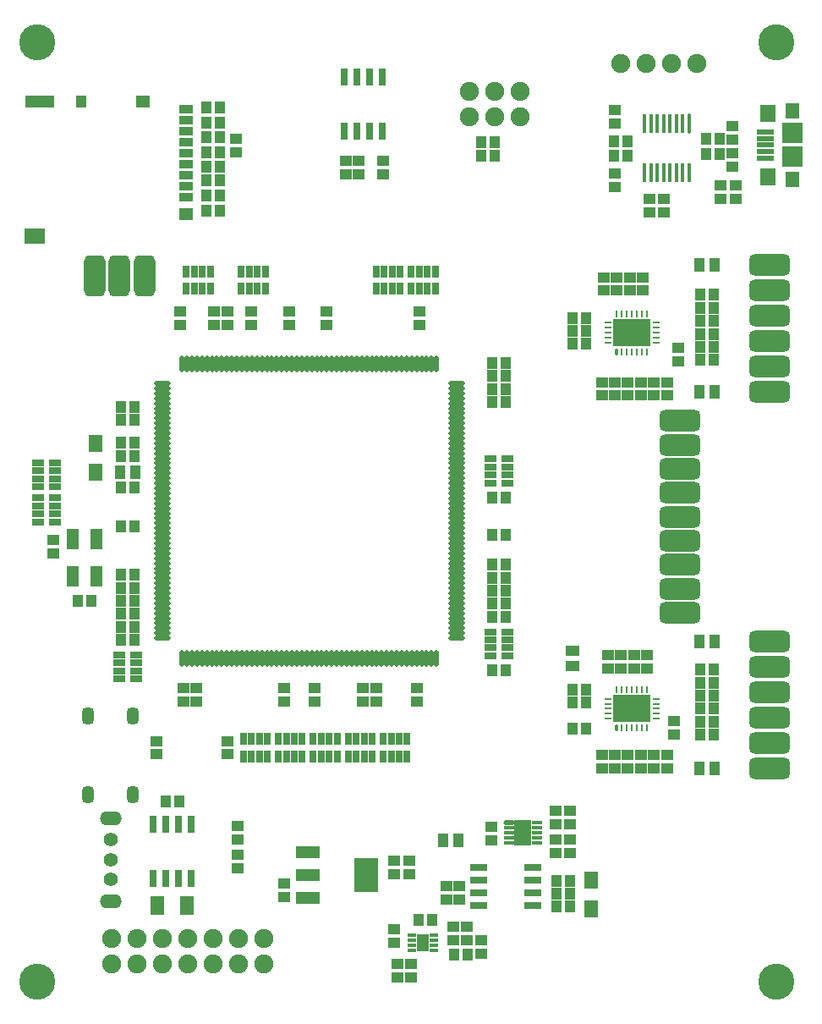
<source format=gts>
G04*
G04 #@! TF.GenerationSoftware,Altium Limited,Altium Designer,22.4.2 (48)*
G04*
G04 Layer_Color=8388736*
%FSLAX44Y44*%
%MOMM*%
G71*
G04*
G04 #@! TF.SameCoordinates,CD49FAE8-A699-4325-8C5D-96517E71F74C*
G04*
G04*
G04 #@! TF.FilePolarity,Negative*
G04*
G01*
G75*
%ADD19R,1.0532X1.1532*%
%ADD20R,1.4032X0.9032*%
%ADD21R,1.4032X1.2032*%
%ADD22R,1.0032X1.2032*%
%ADD23R,3.0032X1.2032*%
%ADD24R,2.1032X1.5032*%
%ADD25R,1.4032X1.2032*%
G04:AMPARAMS|DCode=26|XSize=4.14mm|YSize=2.14mm|CornerRadius=0.57mm|HoleSize=0mm|Usage=FLASHONLY|Rotation=270.000|XOffset=0mm|YOffset=0mm|HoleType=Round|Shape=RoundedRectangle|*
%AMROUNDEDRECTD26*
21,1,4.1400,1.0000,0,0,270.0*
21,1,3.0000,2.1400,0,0,270.0*
1,1,1.1400,-0.5000,-1.5000*
1,1,1.1400,-0.5000,1.5000*
1,1,1.1400,0.5000,1.5000*
1,1,1.1400,0.5000,-1.5000*
%
%ADD26ROUNDEDRECTD26*%
%ADD27R,1.7400X0.5400*%
%ADD28R,1.5400X1.7400*%
%ADD29R,1.4400X1.5900*%
%ADD30R,2.0400X2.0400*%
%ADD31R,3.7592X2.7432*%
%ADD32R,0.7080X0.2548*%
%ADD33R,0.2548X0.7080*%
G04:AMPARAMS|DCode=34|XSize=0.2548mm|YSize=0.708mm|CornerRadius=0.1019mm|HoleSize=0mm|Usage=FLASHONLY|Rotation=0.000|XOffset=0mm|YOffset=0mm|HoleType=Round|Shape=RoundedRectangle|*
%AMROUNDEDRECTD34*
21,1,0.2548,0.5042,0,0,0.0*
21,1,0.0510,0.7080,0,0,0.0*
1,1,0.2038,0.0255,-0.2521*
1,1,0.2038,-0.0255,-0.2521*
1,1,0.2038,-0.0255,0.2521*
1,1,0.2038,0.0255,0.2521*
%
%ADD34ROUNDEDRECTD34*%
G04:AMPARAMS|DCode=35|XSize=0.4532mm|YSize=1.1032mm|CornerRadius=0.2016mm|HoleSize=0mm|Usage=FLASHONLY|Rotation=90.000|XOffset=0mm|YOffset=0mm|HoleType=Round|Shape=RoundedRectangle|*
%AMROUNDEDRECTD35*
21,1,0.4532,0.7000,0,0,90.0*
21,1,0.0500,1.1032,0,0,90.0*
1,1,0.4032,0.3500,0.0250*
1,1,0.4032,0.3500,-0.0250*
1,1,0.4032,-0.3500,-0.0250*
1,1,0.4032,-0.3500,0.0250*
%
%ADD35ROUNDEDRECTD35*%
%ADD36R,1.1032X0.4532*%
%ADD37R,1.6932X2.5832*%
%ADD38R,1.2032X1.8032*%
%ADD39R,0.9032X0.4532*%
G04:AMPARAMS|DCode=40|XSize=1.14mm|YSize=1.64mm|CornerRadius=0.32mm|HoleSize=0mm|Usage=FLASHONLY|Rotation=0.000|XOffset=0mm|YOffset=0mm|HoleType=Round|Shape=RoundedRectangle|*
%AMROUNDEDRECTD40*
21,1,1.1400,1.0000,0,0,0.0*
21,1,0.5000,1.6400,0,0,0.0*
1,1,0.6400,0.2500,-0.5000*
1,1,0.6400,-0.2500,-0.5000*
1,1,0.6400,-0.2500,0.5000*
1,1,0.6400,0.2500,0.5000*
%
%ADD40ROUNDEDRECTD40*%
%ADD41R,1.3032X2.1032*%
%ADD42R,1.2032X0.6532*%
%ADD43R,0.6532X1.2032*%
%ADD44R,1.1532X1.0532*%
%ADD45R,1.1132X1.4032*%
%ADD46O,0.5032X1.6532*%
%ADD47O,1.6532X0.5032*%
%ADD48R,1.4532X1.8032*%
%ADD49R,0.8032X1.7532*%
%ADD50R,1.3532X1.9532*%
%ADD51R,1.4032X1.1132*%
%ADD52R,1.7532X0.8032*%
%ADD53R,2.3532X3.4532*%
%ADD54R,2.3532X1.2032*%
G04:AMPARAMS|DCode=55|XSize=4.14mm|YSize=2.14mm|CornerRadius=0.57mm|HoleSize=0mm|Usage=FLASHONLY|Rotation=0.000|XOffset=0mm|YOffset=0mm|HoleType=Round|Shape=RoundedRectangle|*
%AMROUNDEDRECTD55*
21,1,4.1400,1.0000,0,0,0.0*
21,1,3.0000,2.1400,0,0,0.0*
1,1,1.1400,1.5000,-0.5000*
1,1,1.1400,-1.5000,-0.5000*
1,1,1.1400,-1.5000,0.5000*
1,1,1.1400,1.5000,0.5000*
%
%ADD55ROUNDEDRECTD55*%
%ADD56R,0.3548X1.9700*%
G04:AMPARAMS|DCode=57|XSize=1.97mm|YSize=0.3548mm|CornerRadius=0.1419mm|HoleSize=0mm|Usage=FLASHONLY|Rotation=270.000|XOffset=0mm|YOffset=0mm|HoleType=Round|Shape=RoundedRectangle|*
%AMROUNDEDRECTD57*
21,1,1.9700,0.0710,0,0,270.0*
21,1,1.6862,0.3548,0,0,270.0*
1,1,0.2838,-0.0355,-0.8431*
1,1,0.2838,-0.0355,0.8431*
1,1,0.2838,0.0355,0.8431*
1,1,0.2838,0.0355,-0.8431*
%
%ADD57ROUNDEDRECTD57*%
%ADD58C,1.9032*%
%ADD59O,2.2032X1.4032*%
%ADD60C,1.4032*%
%ADD61C,3.6032*%
D19*
X4439250Y1849250D02*
D03*
X4452750D02*
D03*
X4490750Y2402000D02*
D03*
X4477250D02*
D03*
X4490750Y2415000D02*
D03*
X4477250D02*
D03*
Y2428000D02*
D03*
X4490750D02*
D03*
X4477250Y2441000D02*
D03*
X4490750D02*
D03*
X4691250Y2650000D02*
D03*
X4704750D02*
D03*
X4691250Y2665000D02*
D03*
X4704750D02*
D03*
X4698750Y2444000D02*
D03*
X4685250D02*
D03*
X4698750Y2457000D02*
D03*
X4685250D02*
D03*
Y2470000D02*
D03*
X4698750D02*
D03*
X4685250Y2483000D02*
D03*
X4698750D02*
D03*
Y2496000D02*
D03*
X4685250D02*
D03*
X4698750Y2509000D02*
D03*
X4685250D02*
D03*
X4191250Y2696500D02*
D03*
X4204750D02*
D03*
X4191250Y2681500D02*
D03*
X4204750D02*
D03*
Y2666500D02*
D03*
X4191250D02*
D03*
Y2651500D02*
D03*
X4204750D02*
D03*
X4191250Y2637500D02*
D03*
X4204750D02*
D03*
X4191250Y2623500D02*
D03*
X4204750D02*
D03*
X4191250Y2608500D02*
D03*
X4204750D02*
D03*
X4191250Y2593500D02*
D03*
X4204750D02*
D03*
X4105250Y2397000D02*
D03*
X4118750D02*
D03*
X4105250Y2384000D02*
D03*
X4118750D02*
D03*
X4105250Y2361000D02*
D03*
X4118750D02*
D03*
X4105250Y2348000D02*
D03*
X4118750D02*
D03*
X4105250Y2316000D02*
D03*
X4118750D02*
D03*
Y2229000D02*
D03*
X4105250D02*
D03*
X4118750Y2216000D02*
D03*
X4105250D02*
D03*
Y2203000D02*
D03*
X4118750D02*
D03*
X4105250Y2190000D02*
D03*
X4118750D02*
D03*
Y2177000D02*
D03*
X4105250D02*
D03*
X4105250Y2164000D02*
D03*
X4118750D02*
D03*
X4698750Y2069000D02*
D03*
X4685250D02*
D03*
X4698750Y2082000D02*
D03*
X4685250D02*
D03*
Y2095000D02*
D03*
X4698750D02*
D03*
X4685250Y2108000D02*
D03*
X4698750D02*
D03*
Y2121000D02*
D03*
X4685250D02*
D03*
X4698750Y2134000D02*
D03*
X4685250D02*
D03*
X4557250Y2114000D02*
D03*
X4570750D02*
D03*
X4557250Y2101000D02*
D03*
X4570750D02*
D03*
Y2075000D02*
D03*
X4557250D02*
D03*
X4554750Y1897000D02*
D03*
X4541250D02*
D03*
X4554750Y1910000D02*
D03*
X4541250D02*
D03*
X4554750Y1923000D02*
D03*
X4541250D02*
D03*
X4403250Y1884000D02*
D03*
X4416750D02*
D03*
X4163750Y2002000D02*
D03*
X4150250D02*
D03*
X4557250Y2460000D02*
D03*
X4570750D02*
D03*
X4490750Y2133750D02*
D03*
X4477250D02*
D03*
X4466500Y2662000D02*
D03*
X4480000D02*
D03*
X4570750Y2486000D02*
D03*
X4557250D02*
D03*
X4570750Y2473000D02*
D03*
X4557250D02*
D03*
X4480000Y2648000D02*
D03*
X4466500D02*
D03*
X4075750Y2203000D02*
D03*
X4062250D02*
D03*
X4490750Y2226000D02*
D03*
X4477250D02*
D03*
X4490750Y2213000D02*
D03*
X4477250D02*
D03*
X4599210Y2648080D02*
D03*
X4612710D02*
D03*
X4599250Y2663000D02*
D03*
X4612750D02*
D03*
X4490750Y2200000D02*
D03*
X4477250D02*
D03*
X4490750Y2269234D02*
D03*
X4477250D02*
D03*
X4490750Y2239000D02*
D03*
X4477250D02*
D03*
X4490750Y2306000D02*
D03*
X4477250D02*
D03*
X4105250Y2277000D02*
D03*
X4118750D02*
D03*
X4477250Y2187000D02*
D03*
X4490750D02*
D03*
D20*
X4170500Y2694500D02*
D03*
Y2683500D02*
D03*
Y2672500D02*
D03*
Y2661500D02*
D03*
Y2650500D02*
D03*
Y2639500D02*
D03*
Y2628500D02*
D03*
Y2617500D02*
D03*
Y2606500D02*
D03*
D21*
X4127500Y2702500D02*
D03*
D22*
X4065500D02*
D03*
D23*
X4024000D02*
D03*
D24*
X4019500Y2567500D02*
D03*
D25*
X4170500Y2590000D02*
D03*
D26*
X4129000Y2528000D02*
D03*
X4079000Y2528000D02*
D03*
X4104000D02*
D03*
D27*
X4750500Y2646000D02*
D03*
Y2652500D02*
D03*
Y2659000D02*
D03*
Y2665500D02*
D03*
Y2672000D02*
D03*
D28*
X4753500Y2627000D02*
D03*
Y2691000D02*
D03*
D29*
X4778000Y2693250D02*
D03*
Y2624750D02*
D03*
D30*
Y2647000D02*
D03*
Y2671000D02*
D03*
D31*
X4617000Y2471161D02*
D03*
X4617000Y2095000D02*
D03*
D32*
X4592759Y2461161D02*
D03*
Y2466161D02*
D03*
Y2471161D02*
D03*
Y2476161D02*
D03*
Y2481161D02*
D03*
X4641241D02*
D03*
Y2476161D02*
D03*
Y2471161D02*
D03*
Y2466161D02*
D03*
Y2461161D02*
D03*
X4641241Y2085000D02*
D03*
Y2090000D02*
D03*
Y2095000D02*
D03*
Y2100000D02*
D03*
Y2105000D02*
D03*
X4592759D02*
D03*
Y2100000D02*
D03*
Y2095000D02*
D03*
Y2090000D02*
D03*
Y2085000D02*
D03*
D33*
X4602000Y2490322D02*
D03*
X4607000D02*
D03*
X4612000D02*
D03*
X4617000D02*
D03*
X4622000D02*
D03*
X4627000D02*
D03*
X4632000D02*
D03*
Y2452000D02*
D03*
X4627000D02*
D03*
X4622000D02*
D03*
X4617000D02*
D03*
X4612000D02*
D03*
X4607000D02*
D03*
X4607000Y2075839D02*
D03*
X4612000D02*
D03*
X4617000D02*
D03*
X4622000D02*
D03*
X4627000D02*
D03*
X4632000D02*
D03*
Y2114161D02*
D03*
X4627000D02*
D03*
X4622000D02*
D03*
X4617000D02*
D03*
X4612000D02*
D03*
X4607000D02*
D03*
X4602000D02*
D03*
D34*
X4602000Y2452000D02*
D03*
X4602000Y2075839D02*
D03*
D35*
X4494050Y1981000D02*
D03*
D36*
Y1976000D02*
D03*
Y1971000D02*
D03*
Y1966000D02*
D03*
Y1961000D02*
D03*
X4521950Y1981000D02*
D03*
Y1976000D02*
D03*
Y1971000D02*
D03*
Y1966000D02*
D03*
Y1961000D02*
D03*
D37*
X4508000Y1971000D02*
D03*
D38*
X4408000Y1861000D02*
D03*
D39*
X4397100Y1868500D02*
D03*
Y1863500D02*
D03*
Y1858500D02*
D03*
Y1853500D02*
D03*
X4418900Y1868500D02*
D03*
Y1863500D02*
D03*
Y1858500D02*
D03*
Y1853500D02*
D03*
D40*
X4117500Y2009000D02*
D03*
Y2088000D02*
D03*
X4072500D02*
D03*
Y2009000D02*
D03*
D41*
X4080500Y2264500D02*
D03*
Y2227500D02*
D03*
X4057500Y2227500D02*
D03*
Y2264500D02*
D03*
D42*
X4492500Y2321000D02*
D03*
Y2329000D02*
D03*
Y2337000D02*
D03*
Y2345000D02*
D03*
X4475500Y2321000D02*
D03*
Y2329000D02*
D03*
Y2337000D02*
D03*
Y2345000D02*
D03*
X4103500Y2148750D02*
D03*
Y2140750D02*
D03*
Y2132750D02*
D03*
Y2124750D02*
D03*
X4120500Y2148750D02*
D03*
Y2140750D02*
D03*
Y2132750D02*
D03*
Y2124750D02*
D03*
X4039500Y2282000D02*
D03*
Y2290000D02*
D03*
Y2298000D02*
D03*
Y2306000D02*
D03*
X4022500Y2282000D02*
D03*
Y2290000D02*
D03*
Y2298000D02*
D03*
Y2306000D02*
D03*
X4039500Y2317000D02*
D03*
Y2325000D02*
D03*
Y2333000D02*
D03*
Y2341000D02*
D03*
X4022500Y2317000D02*
D03*
Y2325000D02*
D03*
Y2333000D02*
D03*
Y2341000D02*
D03*
X4492500Y2148000D02*
D03*
Y2156000D02*
D03*
Y2164000D02*
D03*
Y2172000D02*
D03*
X4475500Y2148000D02*
D03*
Y2156000D02*
D03*
Y2164000D02*
D03*
Y2172000D02*
D03*
D43*
X4195000Y2532500D02*
D03*
X4187000D02*
D03*
X4179000D02*
D03*
X4171000D02*
D03*
X4195000Y2515500D02*
D03*
X4187000D02*
D03*
X4179000D02*
D03*
X4171000D02*
D03*
X4396000D02*
D03*
X4404000D02*
D03*
X4412000D02*
D03*
X4420000D02*
D03*
X4396000Y2532500D02*
D03*
X4404000D02*
D03*
X4412000D02*
D03*
X4420000D02*
D03*
X4322000Y2064500D02*
D03*
X4314000D02*
D03*
X4306000D02*
D03*
X4298000D02*
D03*
X4322000Y2047500D02*
D03*
X4314000D02*
D03*
X4306000D02*
D03*
X4298000D02*
D03*
X4252000Y2064500D02*
D03*
X4244000D02*
D03*
X4236000D02*
D03*
X4228000D02*
D03*
X4252000Y2047500D02*
D03*
X4244000D02*
D03*
X4236000D02*
D03*
X4228000D02*
D03*
X4368000D02*
D03*
X4376000D02*
D03*
X4384000D02*
D03*
X4392000D02*
D03*
X4368000Y2064500D02*
D03*
X4376000D02*
D03*
X4384000D02*
D03*
X4392000D02*
D03*
X4357000D02*
D03*
X4349000D02*
D03*
X4341000D02*
D03*
X4333000D02*
D03*
X4357000Y2047500D02*
D03*
X4349000D02*
D03*
X4341000D02*
D03*
X4333000D02*
D03*
X4287000Y2064500D02*
D03*
X4279000D02*
D03*
X4271000D02*
D03*
X4263000D02*
D03*
X4287000Y2047500D02*
D03*
X4279000D02*
D03*
X4271000D02*
D03*
X4263000D02*
D03*
X4250000Y2532500D02*
D03*
X4242000D02*
D03*
X4234000D02*
D03*
X4226000D02*
D03*
X4250000Y2515500D02*
D03*
X4242000D02*
D03*
X4234000D02*
D03*
X4226000D02*
D03*
X4385000Y2532500D02*
D03*
X4377000D02*
D03*
X4369000D02*
D03*
X4361000D02*
D03*
X4385000Y2515500D02*
D03*
X4377000D02*
D03*
X4369000D02*
D03*
X4361000D02*
D03*
D44*
X4587000Y2421750D02*
D03*
Y2408250D02*
D03*
X4600000Y2421750D02*
D03*
Y2408250D02*
D03*
X4613000Y2421750D02*
D03*
Y2408250D02*
D03*
X4626000Y2421750D02*
D03*
Y2408250D02*
D03*
X4639000Y2421750D02*
D03*
Y2408250D02*
D03*
X4632000Y2148750D02*
D03*
Y2135250D02*
D03*
X4619000Y2148750D02*
D03*
Y2135250D02*
D03*
X4606000D02*
D03*
Y2148750D02*
D03*
X4593000Y2135250D02*
D03*
Y2148750D02*
D03*
X4718000Y2677750D02*
D03*
Y2664250D02*
D03*
Y2637250D02*
D03*
Y2650750D02*
D03*
X4706000Y2605250D02*
D03*
Y2618750D02*
D03*
X4721000Y2605250D02*
D03*
Y2618750D02*
D03*
X4600000Y2680250D02*
D03*
Y2693750D02*
D03*
Y2630750D02*
D03*
Y2617250D02*
D03*
X4649000Y2591250D02*
D03*
Y2604750D02*
D03*
X4635000Y2591250D02*
D03*
Y2604750D02*
D03*
X4663000Y2455750D02*
D03*
Y2442250D02*
D03*
X4652000Y2421750D02*
D03*
Y2408250D02*
D03*
X4628000Y2526750D02*
D03*
Y2513250D02*
D03*
X4615000Y2526750D02*
D03*
Y2513250D02*
D03*
X4602000D02*
D03*
Y2526750D02*
D03*
X4589000Y2513250D02*
D03*
Y2526750D02*
D03*
X4404123Y2479250D02*
D03*
Y2492750D02*
D03*
X4311000D02*
D03*
Y2479250D02*
D03*
X4273732Y2492750D02*
D03*
Y2479250D02*
D03*
X4236000D02*
D03*
Y2492750D02*
D03*
X4212000D02*
D03*
Y2479250D02*
D03*
X4199000Y2492750D02*
D03*
Y2479250D02*
D03*
X4164367Y2492750D02*
D03*
Y2479250D02*
D03*
X4330250Y2629750D02*
D03*
Y2643250D02*
D03*
X4343250Y2629750D02*
D03*
Y2643250D02*
D03*
X4368250D02*
D03*
Y2629750D02*
D03*
X4221000Y2665250D02*
D03*
Y2651750D02*
D03*
X4038000Y2250250D02*
D03*
Y2263750D02*
D03*
X4402000Y2102250D02*
D03*
Y2115750D02*
D03*
X4361000D02*
D03*
Y2102250D02*
D03*
X4348000Y2115750D02*
D03*
Y2102250D02*
D03*
X4269000Y2115750D02*
D03*
Y2102250D02*
D03*
X4299097D02*
D03*
Y2115750D02*
D03*
X4181000Y2102250D02*
D03*
Y2115750D02*
D03*
X4168000Y2102250D02*
D03*
Y2115750D02*
D03*
X4212000Y2062750D02*
D03*
Y2049250D02*
D03*
X4141000Y2062750D02*
D03*
Y2049250D02*
D03*
X4222290Y1977290D02*
D03*
Y1963790D02*
D03*
X4222000Y1948750D02*
D03*
Y1935250D02*
D03*
X4659000Y2082750D02*
D03*
Y2069250D02*
D03*
X4652000Y2048750D02*
D03*
Y2035250D02*
D03*
X4639000Y2048750D02*
D03*
Y2035250D02*
D03*
X4626000Y2048750D02*
D03*
Y2035250D02*
D03*
X4613000Y2048750D02*
D03*
Y2035250D02*
D03*
X4600000Y2048750D02*
D03*
Y2035250D02*
D03*
X4587000Y2048750D02*
D03*
Y2035250D02*
D03*
X4555000Y1992750D02*
D03*
Y1979250D02*
D03*
X4541000Y1992750D02*
D03*
Y1979250D02*
D03*
X4555000Y1963750D02*
D03*
Y1950250D02*
D03*
X4541000D02*
D03*
Y1963750D02*
D03*
X4476000Y1963250D02*
D03*
Y1976750D02*
D03*
X4394000Y1942750D02*
D03*
Y1929250D02*
D03*
X4379000Y1942750D02*
D03*
Y1929250D02*
D03*
X4444000Y1904250D02*
D03*
Y1917750D02*
D03*
X4431000Y1904250D02*
D03*
Y1917750D02*
D03*
X4452000Y1863500D02*
D03*
Y1877000D02*
D03*
X4438000Y1863500D02*
D03*
Y1877000D02*
D03*
X4466000Y1849750D02*
D03*
Y1863250D02*
D03*
X4379000Y1874750D02*
D03*
Y1861250D02*
D03*
X4396000Y1826250D02*
D03*
Y1839750D02*
D03*
X4382000Y1826250D02*
D03*
Y1839750D02*
D03*
X4269000Y1919750D02*
D03*
Y1906250D02*
D03*
D45*
X4684500Y2411800D02*
D03*
X4699500D02*
D03*
X4104500Y2332000D02*
D03*
X4119500D02*
D03*
X4684500Y2035600D02*
D03*
X4699500D02*
D03*
X4428000Y1963250D02*
D03*
X4443000D02*
D03*
X4699500Y2162600D02*
D03*
X4684500D02*
D03*
X4699500Y2538800D02*
D03*
X4684500D02*
D03*
D46*
X4166500Y2440250D02*
D03*
X4171500D02*
D03*
X4176500D02*
D03*
X4181500D02*
D03*
X4186500D02*
D03*
X4191500D02*
D03*
X4196500D02*
D03*
X4201500D02*
D03*
X4206500D02*
D03*
X4211500D02*
D03*
X4216500D02*
D03*
X4221500D02*
D03*
X4226500D02*
D03*
X4231500D02*
D03*
X4236500D02*
D03*
X4241500D02*
D03*
X4246500D02*
D03*
X4251500D02*
D03*
X4256500D02*
D03*
X4261500D02*
D03*
X4266500D02*
D03*
X4271500D02*
D03*
X4276500D02*
D03*
X4281500D02*
D03*
X4286500D02*
D03*
X4291500D02*
D03*
X4296500D02*
D03*
X4301500D02*
D03*
X4306500D02*
D03*
X4311500D02*
D03*
X4316500D02*
D03*
X4321500D02*
D03*
X4326500D02*
D03*
X4331500D02*
D03*
X4336500D02*
D03*
X4341500D02*
D03*
X4346500D02*
D03*
X4351500D02*
D03*
X4356500D02*
D03*
X4361500D02*
D03*
X4366500D02*
D03*
X4371500D02*
D03*
X4376500D02*
D03*
X4381500D02*
D03*
X4386500D02*
D03*
X4391500D02*
D03*
X4396500D02*
D03*
X4401500D02*
D03*
X4406500D02*
D03*
X4411500D02*
D03*
X4416500D02*
D03*
X4421500D02*
D03*
Y2145750D02*
D03*
X4416500D02*
D03*
X4411500D02*
D03*
X4406500D02*
D03*
X4401500D02*
D03*
X4396500D02*
D03*
X4391500D02*
D03*
X4386500D02*
D03*
X4381500D02*
D03*
X4376500D02*
D03*
X4371500D02*
D03*
X4366500D02*
D03*
X4361500D02*
D03*
X4356500D02*
D03*
X4351500D02*
D03*
X4346500D02*
D03*
X4341500D02*
D03*
X4336500D02*
D03*
X4331500D02*
D03*
X4326500D02*
D03*
X4321500D02*
D03*
X4316500D02*
D03*
X4311500D02*
D03*
X4306500D02*
D03*
X4301500D02*
D03*
X4296500D02*
D03*
X4291500D02*
D03*
X4286500D02*
D03*
X4281500D02*
D03*
X4276500D02*
D03*
X4271500D02*
D03*
X4266500D02*
D03*
X4261500D02*
D03*
X4256500D02*
D03*
X4251500D02*
D03*
X4246500D02*
D03*
X4241500D02*
D03*
X4236500D02*
D03*
X4231500D02*
D03*
X4226500D02*
D03*
X4221500D02*
D03*
X4216500D02*
D03*
X4211500D02*
D03*
X4206500D02*
D03*
X4201500D02*
D03*
X4196500D02*
D03*
X4191500D02*
D03*
X4186500D02*
D03*
X4181500D02*
D03*
X4176500D02*
D03*
X4171500D02*
D03*
X4166500D02*
D03*
D47*
X4441250Y2420500D02*
D03*
Y2415500D02*
D03*
Y2410500D02*
D03*
Y2405500D02*
D03*
Y2400500D02*
D03*
Y2395500D02*
D03*
Y2390500D02*
D03*
Y2385500D02*
D03*
Y2380500D02*
D03*
Y2375500D02*
D03*
Y2370500D02*
D03*
Y2365500D02*
D03*
Y2360500D02*
D03*
Y2355500D02*
D03*
Y2350500D02*
D03*
Y2345500D02*
D03*
Y2340500D02*
D03*
Y2335500D02*
D03*
Y2330500D02*
D03*
Y2325500D02*
D03*
Y2320500D02*
D03*
Y2315500D02*
D03*
Y2310500D02*
D03*
Y2305500D02*
D03*
Y2300500D02*
D03*
Y2295500D02*
D03*
Y2290500D02*
D03*
Y2285500D02*
D03*
Y2280500D02*
D03*
Y2275500D02*
D03*
Y2270500D02*
D03*
Y2265500D02*
D03*
Y2260500D02*
D03*
Y2255500D02*
D03*
Y2250500D02*
D03*
Y2245500D02*
D03*
Y2240500D02*
D03*
Y2235500D02*
D03*
Y2230500D02*
D03*
Y2225500D02*
D03*
Y2220500D02*
D03*
Y2215500D02*
D03*
Y2210500D02*
D03*
Y2205500D02*
D03*
Y2200500D02*
D03*
Y2195500D02*
D03*
Y2190500D02*
D03*
Y2185500D02*
D03*
Y2180500D02*
D03*
Y2175500D02*
D03*
Y2170500D02*
D03*
Y2165500D02*
D03*
X4146750D02*
D03*
Y2170500D02*
D03*
Y2175500D02*
D03*
Y2180500D02*
D03*
Y2185500D02*
D03*
Y2190500D02*
D03*
Y2195500D02*
D03*
Y2200500D02*
D03*
Y2205500D02*
D03*
Y2210500D02*
D03*
Y2215500D02*
D03*
Y2220500D02*
D03*
Y2225500D02*
D03*
Y2230500D02*
D03*
Y2235500D02*
D03*
Y2240500D02*
D03*
Y2245500D02*
D03*
Y2250500D02*
D03*
Y2255500D02*
D03*
Y2260500D02*
D03*
Y2265500D02*
D03*
Y2270500D02*
D03*
Y2275500D02*
D03*
Y2280500D02*
D03*
Y2285500D02*
D03*
Y2290500D02*
D03*
Y2295500D02*
D03*
Y2300500D02*
D03*
Y2305500D02*
D03*
Y2310500D02*
D03*
Y2315500D02*
D03*
Y2320500D02*
D03*
Y2325500D02*
D03*
Y2330500D02*
D03*
Y2335500D02*
D03*
Y2340500D02*
D03*
Y2345500D02*
D03*
Y2350500D02*
D03*
Y2355500D02*
D03*
Y2360500D02*
D03*
Y2365500D02*
D03*
Y2370500D02*
D03*
Y2375500D02*
D03*
Y2380500D02*
D03*
Y2385500D02*
D03*
Y2390500D02*
D03*
Y2395500D02*
D03*
Y2400500D02*
D03*
Y2405500D02*
D03*
Y2410500D02*
D03*
Y2415500D02*
D03*
Y2420500D02*
D03*
D48*
X4080000Y2331750D02*
D03*
Y2360250D02*
D03*
X4576000Y1923250D02*
D03*
Y1894750D02*
D03*
D49*
X4176050Y1979000D02*
D03*
X4163350D02*
D03*
X4150650D02*
D03*
X4137950D02*
D03*
X4176050Y1925000D02*
D03*
X4163350D02*
D03*
X4150650D02*
D03*
X4137950D02*
D03*
X4367330Y2727000D02*
D03*
X4354630D02*
D03*
X4341930D02*
D03*
X4329230D02*
D03*
X4367330Y2673000D02*
D03*
X4354630D02*
D03*
X4341930D02*
D03*
X4329230D02*
D03*
D50*
X4171750Y1898000D02*
D03*
X4142250D02*
D03*
D51*
X4557250Y2153000D02*
D03*
Y2138000D02*
D03*
D52*
X4518000Y1897950D02*
D03*
Y1910650D02*
D03*
Y1923350D02*
D03*
Y1936050D02*
D03*
X4464000Y1897950D02*
D03*
Y1910650D02*
D03*
Y1923350D02*
D03*
Y1936050D02*
D03*
D53*
X4350890Y1928340D02*
D03*
D54*
X4292390Y1905340D02*
D03*
Y1928340D02*
D03*
Y1951340D02*
D03*
D55*
X4665000Y2263000D02*
D03*
Y2359000D02*
D03*
Y2311000D02*
D03*
Y2335000D02*
D03*
Y2287000D02*
D03*
Y2239000D02*
D03*
Y2215000D02*
D03*
Y2191000D02*
D03*
Y2383000D02*
D03*
X4755000Y2035600D02*
D03*
Y2411800D02*
D03*
Y2162600D02*
D03*
Y2538800D02*
D03*
Y2061000D02*
D03*
Y2437200D02*
D03*
Y2086400D02*
D03*
Y2462600D02*
D03*
Y2111800D02*
D03*
Y2488000D02*
D03*
Y2137200D02*
D03*
Y2513400D02*
D03*
D56*
X4674225Y2631362D02*
D03*
X4667875D02*
D03*
X4661525D02*
D03*
X4655175D02*
D03*
X4648825D02*
D03*
X4642475D02*
D03*
X4636125D02*
D03*
X4629775D02*
D03*
Y2680638D02*
D03*
X4636125D02*
D03*
X4642475D02*
D03*
X4648825D02*
D03*
X4655175D02*
D03*
X4661525D02*
D03*
X4667875D02*
D03*
D57*
X4674225D02*
D03*
D58*
X4605700Y2740750D02*
D03*
X4631100D02*
D03*
X4656500D02*
D03*
X4681900D02*
D03*
X4121200Y1864700D02*
D03*
Y1839300D02*
D03*
X4146600Y1864700D02*
D03*
Y1839300D02*
D03*
X4172000Y1864700D02*
D03*
Y1839300D02*
D03*
X4248200D02*
D03*
Y1864700D02*
D03*
X4222800Y1839300D02*
D03*
Y1864700D02*
D03*
X4197400Y1839300D02*
D03*
Y1864700D02*
D03*
X4095800D02*
D03*
Y1839300D02*
D03*
X4504650Y2687300D02*
D03*
Y2712700D02*
D03*
X4479250Y2687300D02*
D03*
Y2712700D02*
D03*
X4453850Y2687300D02*
D03*
Y2712700D02*
D03*
D59*
X4095000Y1902500D02*
D03*
Y1985500D02*
D03*
D60*
Y1964000D02*
D03*
Y1924000D02*
D03*
Y1944000D02*
D03*
D61*
X4762000Y2762000D02*
D03*
X4022000D02*
D03*
X4022000Y1822000D02*
D03*
X4762000D02*
D03*
M02*

</source>
